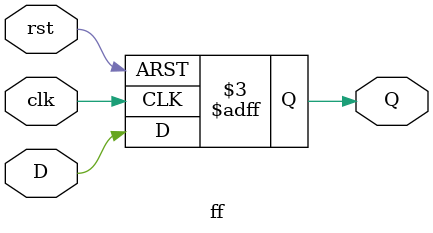
<source format=v>
`timescale 1ns / 1ps


module ff
(
input D,
input rst,
input clk,
output reg Q
);

always@(posedge clk or negedge rst) begin
    if(!rst) begin
        Q <= 0;
    end
    else begin
        Q <= D;
    end
end
endmodule

</source>
